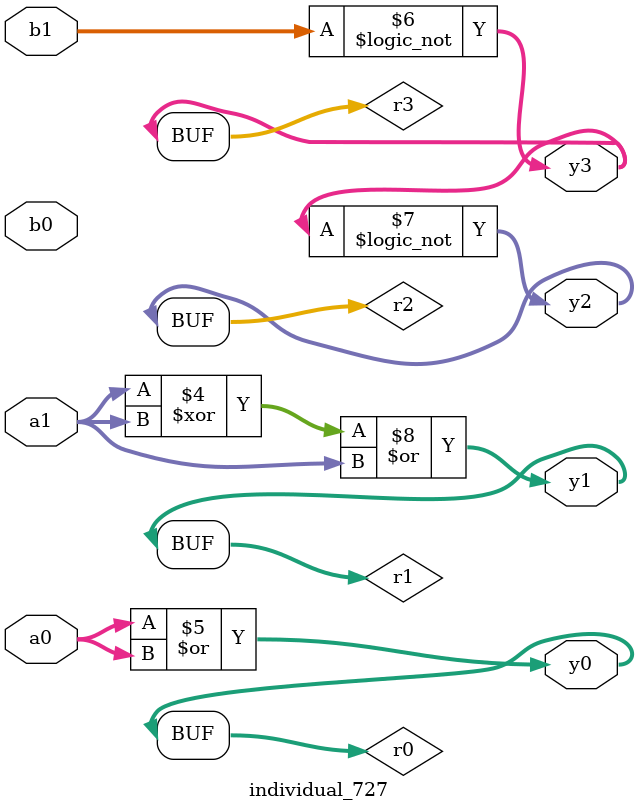
<source format=sv>
module individual_727(input logic [15:0] a1, input logic [15:0] a0, input logic [15:0] b1, input logic [15:0] b0, output logic [15:0] y3, output logic [15:0] y2, output logic [15:0] y1, output logic [15:0] y0);
logic [15:0] r0, r1, r2, r3;  always@(*) begin 	 r0 = a0; r1 = a1; r2 = b0; r3 = b1;  	 r3  |=  b1 ; 	 r3  |=  r3 ; 	 r1  ^=  a1 ; 	 r0  |=  a0 ; 	 r3 = ! b1 ; 	 r2 = ! r3 ; 	 r1  |=  a1 ; 	 y3 = r3; y2 = r2; y1 = r1; y0 = r0; end
endmodule
</source>
